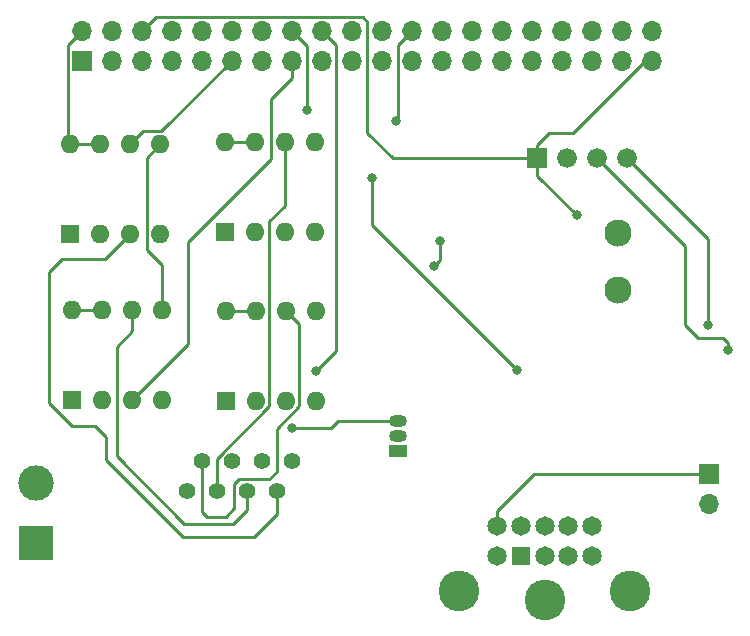
<source format=gbr>
%TF.GenerationSoftware,KiCad,Pcbnew,(6.0.10)*%
%TF.CreationDate,2023-01-13T17:59:47+01:00*%
%TF.ProjectId,InterfaceS88GleisboxRPi,496e7465-7266-4616-9365-533838476c65,rev?*%
%TF.SameCoordinates,Original*%
%TF.FileFunction,Copper,L2,Bot*%
%TF.FilePolarity,Positive*%
%FSLAX46Y46*%
G04 Gerber Fmt 4.6, Leading zero omitted, Abs format (unit mm)*
G04 Created by KiCad (PCBNEW (6.0.10)) date 2023-01-13 17:59:47*
%MOMM*%
%LPD*%
G01*
G04 APERTURE LIST*
%TA.AperFunction,ComponentPad*%
%ADD10R,3.000000X3.000000*%
%TD*%
%TA.AperFunction,ComponentPad*%
%ADD11C,3.000000*%
%TD*%
%TA.AperFunction,ComponentPad*%
%ADD12C,3.450000*%
%TD*%
%TA.AperFunction,ComponentPad*%
%ADD13C,1.650000*%
%TD*%
%TA.AperFunction,ComponentPad*%
%ADD14R,1.500000X1.500000*%
%TD*%
%TA.AperFunction,ComponentPad*%
%ADD15C,1.397000*%
%TD*%
%TA.AperFunction,ComponentPad*%
%ADD16R,1.500000X1.050000*%
%TD*%
%TA.AperFunction,ComponentPad*%
%ADD17O,1.500000X1.050000*%
%TD*%
%TA.AperFunction,ComponentPad*%
%ADD18R,1.700000X1.700000*%
%TD*%
%TA.AperFunction,ComponentPad*%
%ADD19O,1.700000X1.700000*%
%TD*%
%TA.AperFunction,ComponentPad*%
%ADD20R,1.600000X1.600000*%
%TD*%
%TA.AperFunction,ComponentPad*%
%ADD21O,1.600000X1.600000*%
%TD*%
%TA.AperFunction,ComponentPad*%
%ADD22R,1.675000X1.675000*%
%TD*%
%TA.AperFunction,ComponentPad*%
%ADD23C,1.675000*%
%TD*%
%TA.AperFunction,ComponentPad*%
%ADD24C,2.300000*%
%TD*%
%TA.AperFunction,ViaPad*%
%ADD25C,0.800000*%
%TD*%
%TA.AperFunction,Conductor*%
%ADD26C,0.250000*%
%TD*%
G04 APERTURE END LIST*
D10*
%TO.P,J5,1,Pin_1*%
%TO.N,Net-(C10-Pad1)*%
X95000000Y-93900000D03*
D11*
%TO.P,J5,2,Pin_2*%
%TO.N,GNDD*%
X95000000Y-88820000D03*
%TD*%
D12*
%TO.P,J2,MH3,MH3*%
%TO.N,unconnected-(J2-PadMH3)*%
X130850000Y-98000000D03*
%TO.P,J2,MH2,MH2*%
%TO.N,unconnected-(J2-PadMH2)*%
X145350000Y-98000000D03*
%TO.P,J2,MH1,MH1*%
%TO.N,unconnected-(J2-PadMH1)*%
X138100000Y-98800000D03*
D13*
%TO.P,J2,10,10*%
%TO.N,unconnected-(J2-Pad10)*%
X142100000Y-92500000D03*
%TO.P,J2,9,9*%
%TO.N,unconnected-(J2-Pad9)*%
X140100000Y-92500000D03*
%TO.P,J2,8,8*%
%TO.N,Net-(J2-Pad8)*%
X134100000Y-92500000D03*
%TO.P,J2,7,7*%
%TO.N,unconnected-(J2-Pad7)*%
X142100000Y-95000000D03*
%TO.P,J2,6,6*%
%TO.N,unconnected-(J2-Pad6)*%
X138100000Y-92500000D03*
%TO.P,J2,5,5*%
%TO.N,unconnected-(J2-Pad5)*%
X136100000Y-92500000D03*
%TO.P,J2,4,4*%
%TO.N,Net-(J2-Pad4)*%
X134100000Y-95000000D03*
%TO.P,J2,3,3*%
%TO.N,unconnected-(J2-Pad3)*%
X140100000Y-95000000D03*
%TO.P,J2,2,2*%
%TO.N,GNDA*%
X138100000Y-95000000D03*
D14*
%TO.P,J2,1,1*%
%TO.N,unconnected-(J2-Pad1)*%
X136100000Y-95000000D03*
%TD*%
D15*
%TO.P,J4,1*%
%TO.N,+5VD*%
X116700000Y-87000000D03*
%TO.P,J4,2*%
%TO.N,S88_Data*%
X115430000Y-89540000D03*
%TO.P,J4,3*%
%TO.N,GNDD*%
X114160000Y-87000000D03*
%TO.P,J4,4*%
%TO.N,S88_CLK*%
X112890000Y-89540000D03*
%TO.P,J4,5*%
%TO.N,GNDD*%
X111620000Y-87000000D03*
%TO.P,J4,6*%
%TO.N,S88_LOAD*%
X110350000Y-89540000D03*
%TO.P,J4,7*%
%TO.N,S88_Reset*%
X109080000Y-87000000D03*
%TO.P,J4,8*%
%TO.N,unconnected-(J4-Pad8)*%
X107810000Y-89540000D03*
%TD*%
D16*
%TO.P,U4,1,ADJ*%
%TO.N,Net-(R10-Pad1)*%
X125660000Y-86170000D03*
D17*
%TO.P,U4,2,VO*%
%TO.N,+5VD*%
X125660000Y-84900000D03*
%TO.P,U4,3,VI*%
%TO.N,Net-(C10-Pad1)*%
X125660000Y-83630000D03*
%TD*%
D18*
%TO.P,J3,1,Pin_1*%
%TO.N,Net-(J2-Pad8)*%
X152000000Y-88080000D03*
D19*
%TO.P,J3,2,Pin_2*%
%TO.N,Net-(J3-Pad2)*%
X152000000Y-90620000D03*
%TD*%
D20*
%TO.P,U6,1,NC*%
%TO.N,unconnected-(U6-Pad1)*%
X111000000Y-67600000D03*
D21*
%TO.P,U6,2,A*%
%TO.N,Net-(R11-Pad2)*%
X113540000Y-67600000D03*
%TO.P,U6,3,C*%
%TO.N,S88_LOAD_3V3*%
X116080000Y-67600000D03*
%TO.P,U6,4*%
%TO.N,N/C*%
X118620000Y-67600000D03*
%TO.P,U6,5,GND*%
%TO.N,GNDD*%
X118620000Y-59980000D03*
%TO.P,U6,6,VO*%
%TO.N,S88_LOAD*%
X116080000Y-59980000D03*
%TO.P,U6,7,EN*%
%TO.N,+5VD*%
X113540000Y-59980000D03*
%TO.P,U6,8,VCC*%
X111000000Y-59980000D03*
%TD*%
D20*
%TO.P,U7,1,NC*%
%TO.N,unconnected-(U7-Pad1)*%
X111100000Y-81900000D03*
D21*
%TO.P,U7,2,A*%
%TO.N,Net-(R13-Pad2)*%
X113640000Y-81900000D03*
%TO.P,U7,3,C*%
%TO.N,S88_Reset_3V3*%
X116180000Y-81900000D03*
%TO.P,U7,4*%
%TO.N,N/C*%
X118720000Y-81900000D03*
%TO.P,U7,5,GND*%
%TO.N,GNDD*%
X118720000Y-74280000D03*
%TO.P,U7,6,VO*%
%TO.N,S88_Reset*%
X116180000Y-74280000D03*
%TO.P,U7,7,EN*%
%TO.N,+5VD*%
X113640000Y-74280000D03*
%TO.P,U7,8,VCC*%
X111100000Y-74280000D03*
%TD*%
D22*
%TO.P,U3,1,-VIN*%
%TO.N,GND*%
X137445000Y-61320000D03*
D23*
%TO.P,U3,2,+VIN*%
%TO.N,+5V*%
X139985000Y-61320000D03*
%TO.P,U3,3,-VOUT*%
%TO.N,GNDA*%
X142525000Y-61320000D03*
%TO.P,U3,4,+VOUT*%
%TO.N,+5VA*%
X145065000Y-61320000D03*
%TD*%
D20*
%TO.P,U5,1,NC*%
%TO.N,unconnected-(U5-Pad1)*%
X98100000Y-81800000D03*
D21*
%TO.P,U5,2,A*%
%TO.N,Net-(R7-Pad2)*%
X100640000Y-81800000D03*
%TO.P,U5,3,C*%
%TO.N,S88_CLK_3V3*%
X103180000Y-81800000D03*
%TO.P,U5,4*%
%TO.N,N/C*%
X105720000Y-81800000D03*
%TO.P,U5,5,GND*%
%TO.N,GNDD*%
X105720000Y-74180000D03*
%TO.P,U5,6,VO*%
%TO.N,S88_CLK*%
X103180000Y-74180000D03*
%TO.P,U5,7,EN*%
%TO.N,+5VD*%
X100640000Y-74180000D03*
%TO.P,U5,8,VCC*%
X98100000Y-74180000D03*
%TD*%
D20*
%TO.P,U8,1,NC*%
%TO.N,unconnected-(U8-Pad1)*%
X97900000Y-67800000D03*
D21*
%TO.P,U8,2,A*%
%TO.N,Net-(R5-Pad2)*%
X100440000Y-67800000D03*
%TO.P,U8,3,C*%
%TO.N,S88_Data*%
X102980000Y-67800000D03*
%TO.P,U8,4*%
%TO.N,N/C*%
X105520000Y-67800000D03*
%TO.P,U8,5,GND*%
%TO.N,GNDD*%
X105520000Y-60180000D03*
%TO.P,U8,6,VO*%
%TO.N,S88_Data_3V3*%
X102980000Y-60180000D03*
%TO.P,U8,7,EN*%
%TO.N,+5V*%
X100440000Y-60180000D03*
%TO.P,U8,8,VCC*%
X97900000Y-60180000D03*
%TD*%
D24*
%TO.P,Y1,1,1*%
%TO.N,Net-(C1-Pad1)*%
X144300000Y-72550000D03*
%TO.P,Y1,2,2*%
%TO.N,Net-(C2-Pad1)*%
X144300000Y-67650000D03*
%TD*%
D18*
%TO.P,J1,1,3.3V*%
%TO.N,+3.3V*%
X98900000Y-53100000D03*
D19*
%TO.P,J1,2,5V*%
%TO.N,+5V*%
X98900000Y-50560000D03*
%TO.P,J1,3,BCM2_SDA*%
%TO.N,unconnected-(J1-Pad3)*%
X101440000Y-53100000D03*
%TO.P,J1,4,5V*%
%TO.N,unconnected-(J1-Pad4)*%
X101440000Y-50560000D03*
%TO.P,J1,5,BCM3_SCL*%
%TO.N,unconnected-(J1-Pad5)*%
X103980000Y-53100000D03*
%TO.P,J1,6,GND*%
%TO.N,GND*%
X103980000Y-50560000D03*
%TO.P,J1,7,BCM4_GPCLK0*%
%TO.N,unconnected-(J1-Pad7)*%
X106520000Y-53100000D03*
%TO.P,J1,8,BCM14_TXD*%
%TO.N,unconnected-(J1-Pad8)*%
X106520000Y-50560000D03*
%TO.P,J1,9,GND*%
%TO.N,unconnected-(J1-Pad9)*%
X109060000Y-53100000D03*
%TO.P,J1,10,BCM15_RXD*%
%TO.N,unconnected-(J1-Pad10)*%
X109060000Y-50560000D03*
%TO.P,J1,11,BCM17*%
%TO.N,S88_Data_3V3*%
X111600000Y-53100000D03*
%TO.P,J1,12,BCM18_PCM_C*%
%TO.N,unconnected-(J1-Pad12)*%
X111600000Y-50560000D03*
%TO.P,J1,13,BCM27*%
%TO.N,unconnected-(J1-Pad13)*%
X114140000Y-53100000D03*
%TO.P,J1,14,GND*%
%TO.N,unconnected-(J1-Pad14)*%
X114140000Y-50560000D03*
%TO.P,J1,15,BCM22*%
%TO.N,S88_CLK_3V3*%
X116680000Y-53100000D03*
%TO.P,J1,16,BCM23*%
%TO.N,S88_LOAD_3V3*%
X116680000Y-50560000D03*
%TO.P,J1,17,3.3V*%
%TO.N,+3.3V*%
X119220000Y-53100000D03*
%TO.P,J1,18,BCM24*%
%TO.N,S88_Reset_3V3*%
X119220000Y-50560000D03*
%TO.P,J1,19,BCM10_MOSI*%
%TO.N,MOSI*%
X121760000Y-53100000D03*
%TO.P,J1,20,GND*%
%TO.N,unconnected-(J1-Pad20)*%
X121760000Y-50560000D03*
%TO.P,J1,21,BCM9_MISO*%
%TO.N,MISO*%
X124300000Y-53100000D03*
%TO.P,J1,22,BCM25*%
%TO.N,INT*%
X124300000Y-50560000D03*
%TO.P,J1,23,BCM11_SCLK*%
%TO.N,SCLK*%
X126840000Y-53100000D03*
%TO.P,J1,24,BCM8_CE0*%
%TO.N,CS0*%
X126840000Y-50560000D03*
%TO.P,J1,25,GND*%
%TO.N,unconnected-(J1-Pad25)*%
X129380000Y-53100000D03*
%TO.P,J1,26,BCM7_CE1*%
%TO.N,unconnected-(J1-Pad26)*%
X129380000Y-50560000D03*
%TO.P,J1,27,BCM0_ID_SD*%
%TO.N,unconnected-(J1-Pad27)*%
X131920000Y-53100000D03*
%TO.P,J1,28,BCM1_ID_SC*%
%TO.N,unconnected-(J1-Pad28)*%
X131920000Y-50560000D03*
%TO.P,J1,29,BCM5*%
%TO.N,unconnected-(J1-Pad29)*%
X134460000Y-53100000D03*
%TO.P,J1,30,GND*%
%TO.N,unconnected-(J1-Pad30)*%
X134460000Y-50560000D03*
%TO.P,J1,31,BCM6*%
%TO.N,unconnected-(J1-Pad31)*%
X137000000Y-53100000D03*
%TO.P,J1,32,BCM12_PWM0*%
%TO.N,unconnected-(J1-Pad32)*%
X137000000Y-50560000D03*
%TO.P,J1,33,BCM13_PWM1*%
%TO.N,unconnected-(J1-Pad33)*%
X139540000Y-53100000D03*
%TO.P,J1,34,GND*%
%TO.N,unconnected-(J1-Pad34)*%
X139540000Y-50560000D03*
%TO.P,J1,35,BCM19_MISO_PCM_FS*%
%TO.N,unconnected-(J1-Pad35)*%
X142080000Y-53100000D03*
%TO.P,J1,36,BCM16*%
%TO.N,unconnected-(J1-Pad36)*%
X142080000Y-50560000D03*
%TO.P,J1,37,BCM26*%
%TO.N,unconnected-(J1-Pad37)*%
X144620000Y-53100000D03*
%TO.P,J1,38,BCM20_MOSI_PCM_DI*%
%TO.N,unconnected-(J1-Pad38)*%
X144620000Y-50560000D03*
%TO.P,J1,39,GND*%
%TO.N,GND*%
X147160000Y-53100000D03*
%TO.P,J1,40,BCM21_SCLK_PCM_DO*%
%TO.N,unconnected-(J1-Pad40)*%
X147160000Y-50560000D03*
%TD*%
D25*
%TO.N,Net-(C10-Pad1)*%
X116700000Y-84200000D03*
%TO.N,GND*%
X140800000Y-66200000D03*
%TO.N,+5VA*%
X151900000Y-75500000D03*
%TO.N,GNDA*%
X153600000Y-77600000D03*
%TO.N,+3.3V*%
X123500000Y-63000000D03*
X135800000Y-79300000D03*
%TO.N,S88_LOAD_3V3*%
X118000000Y-57300000D03*
%TO.N,S88_Reset_3V3*%
X118700000Y-79400000D03*
%TO.N,CS0*%
X128700000Y-70500000D03*
X129200000Y-68400000D03*
X125500000Y-58200000D03*
%TD*%
D26*
%TO.N,+5VD*%
X111100000Y-74280000D02*
X113640000Y-74280000D01*
X98100000Y-74180000D02*
X100640000Y-74180000D01*
%TO.N,Net-(J2-Pad8)*%
X137220000Y-88080000D02*
X152000000Y-88080000D01*
X134100000Y-91200000D02*
X137220000Y-88080000D01*
X134100000Y-92500000D02*
X134100000Y-91200000D01*
%TO.N,S88_Data*%
X115430000Y-91470000D02*
X115430000Y-89540000D01*
X113500000Y-93400000D02*
X115430000Y-91470000D01*
X107500000Y-93400000D02*
X113500000Y-93400000D01*
X101000000Y-86900000D02*
X107500000Y-93400000D01*
X101000000Y-85000000D02*
X101000000Y-86900000D01*
X96100000Y-82050000D02*
X98050000Y-84000000D01*
X96100000Y-71000000D02*
X96100000Y-82050000D01*
X97200000Y-69900000D02*
X96100000Y-71000000D01*
X100880000Y-69900000D02*
X97200000Y-69900000D01*
X102980000Y-67800000D02*
X100880000Y-69900000D01*
X98050000Y-84000000D02*
X100000000Y-84000000D01*
X100000000Y-84000000D02*
X101000000Y-85000000D01*
%TO.N,S88_CLK*%
X111700000Y-92300000D02*
X107600000Y-92300000D01*
X103180000Y-75980000D02*
X103180000Y-74180000D01*
X112890000Y-91110000D02*
X111700000Y-92300000D01*
X107600000Y-92300000D02*
X101900000Y-86600000D01*
X101900000Y-86600000D02*
X101900000Y-77300000D01*
X103200000Y-76000000D02*
X103180000Y-75980000D01*
X112890000Y-89540000D02*
X112890000Y-91110000D01*
X101900000Y-77300000D02*
X103200000Y-76000000D01*
%TO.N,S88_Reset*%
X109080000Y-91280000D02*
X109080000Y-87000000D01*
X111100000Y-91700000D02*
X109500000Y-91700000D01*
X111800000Y-91000000D02*
X111100000Y-91700000D01*
X111800000Y-88900000D02*
X111800000Y-91000000D01*
X114800000Y-88500000D02*
X112200000Y-88500000D01*
X112200000Y-88500000D02*
X111800000Y-88900000D01*
X109500000Y-91700000D02*
X109080000Y-91280000D01*
X115400000Y-87900000D02*
X114800000Y-88500000D01*
X117305000Y-82365991D02*
X115400000Y-84270990D01*
X117305000Y-75405000D02*
X117305000Y-82365991D01*
X116180000Y-74280000D02*
X117305000Y-75405000D01*
X115400000Y-84270990D02*
X115400000Y-87900000D01*
%TO.N,S88_LOAD*%
X110350000Y-86780991D02*
X110350000Y-89540000D01*
X114765000Y-82365991D02*
X110350000Y-86780991D01*
X114765000Y-66695000D02*
X114765000Y-82365991D01*
X116080000Y-65380000D02*
X114765000Y-66695000D01*
X116080000Y-59980000D02*
X116080000Y-65380000D01*
%TO.N,Net-(C10-Pad1)*%
X120570000Y-83630000D02*
X125660000Y-83630000D01*
X116700000Y-84200000D02*
X120000000Y-84200000D01*
X120000000Y-84200000D02*
X120570000Y-83630000D01*
%TO.N,GND*%
X125220000Y-61320000D02*
X137445000Y-61320000D01*
X137445000Y-62845000D02*
X140800000Y-66200000D01*
X122685000Y-49385000D02*
X123100000Y-49800000D01*
X105155000Y-49385000D02*
X122685000Y-49385000D01*
X147160000Y-53100000D02*
X146560976Y-53100000D01*
X123100000Y-49800000D02*
X123100000Y-59200000D01*
X138500000Y-59200000D02*
X137445000Y-60255000D01*
X137445000Y-60255000D02*
X137445000Y-61320000D01*
X140460976Y-59200000D02*
X138500000Y-59200000D01*
X123100000Y-59200000D02*
X125220000Y-61320000D01*
X137445000Y-61320000D02*
X137445000Y-62845000D01*
X103980000Y-50560000D02*
X105155000Y-49385000D01*
X146560976Y-53100000D02*
X140460976Y-59200000D01*
%TO.N,+5VA*%
X151900000Y-68155000D02*
X151900000Y-75500000D01*
X145065000Y-61320000D02*
X151900000Y-68155000D01*
%TO.N,GNDA*%
X142525000Y-61320000D02*
X150000000Y-68795000D01*
X150000000Y-74200000D02*
X150000000Y-75500000D01*
X150000000Y-68795000D02*
X150000000Y-74200000D01*
X150000000Y-75500000D02*
X151100000Y-76600000D01*
X151100000Y-76600000D02*
X153200000Y-76600000D01*
X153600000Y-77000000D02*
X153600000Y-77600000D01*
X153200000Y-76600000D02*
X153600000Y-77000000D01*
%TO.N,S88_Data_3V3*%
X104105000Y-59055000D02*
X105645000Y-59055000D01*
X105645000Y-59055000D02*
X111600000Y-53100000D01*
X102980000Y-60180000D02*
X104105000Y-59055000D01*
%TO.N,S88_CLK_3V3*%
X116700000Y-54600000D02*
X116680000Y-54580000D01*
X116680000Y-54580000D02*
X116680000Y-53100000D01*
X107900000Y-68450000D02*
X114955000Y-61395000D01*
X114955000Y-61395000D02*
X114955000Y-56345000D01*
X107900000Y-77080000D02*
X107900000Y-68450000D01*
X114955000Y-56345000D02*
X116700000Y-54600000D01*
X103180000Y-81800000D02*
X107900000Y-77080000D01*
%TO.N,+3.3V*%
X123500000Y-67000000D02*
X123500000Y-63000000D01*
X135800000Y-79300000D02*
X123500000Y-67000000D01*
%TO.N,+5V*%
X98900000Y-50560000D02*
X97725000Y-51735000D01*
X97725000Y-60005000D02*
X97900000Y-60180000D01*
X100440000Y-60180000D02*
X97900000Y-60180000D01*
X97725000Y-51735000D02*
X97725000Y-60005000D01*
%TO.N,S88_LOAD_3V3*%
X118000000Y-51880000D02*
X116680000Y-50560000D01*
X118000000Y-57300000D02*
X118000000Y-51880000D01*
%TO.N,S88_Reset_3V3*%
X120400000Y-77700000D02*
X120400000Y-51740000D01*
X120400000Y-51740000D02*
X119220000Y-50560000D01*
X118700000Y-79400000D02*
X120400000Y-77700000D01*
%TO.N,CS0*%
X125665000Y-51735000D02*
X125665000Y-58035000D01*
X128700000Y-70500000D02*
X129200000Y-70000000D01*
X126840000Y-50560000D02*
X125665000Y-51735000D01*
X129200000Y-69800000D02*
X129200000Y-68400000D01*
X129200000Y-70000000D02*
X129200000Y-69800000D01*
X125665000Y-58035000D02*
X125500000Y-58200000D01*
%TO.N,GNDD*%
X104395000Y-61305000D02*
X105520000Y-60180000D01*
X104395000Y-69095000D02*
X104395000Y-61305000D01*
X105720000Y-74180000D02*
X105720000Y-70420000D01*
X105720000Y-70420000D02*
X104395000Y-69095000D01*
%TO.N,+5VD*%
X111000000Y-59980000D02*
X113540000Y-59980000D01*
%TD*%
M02*

</source>
